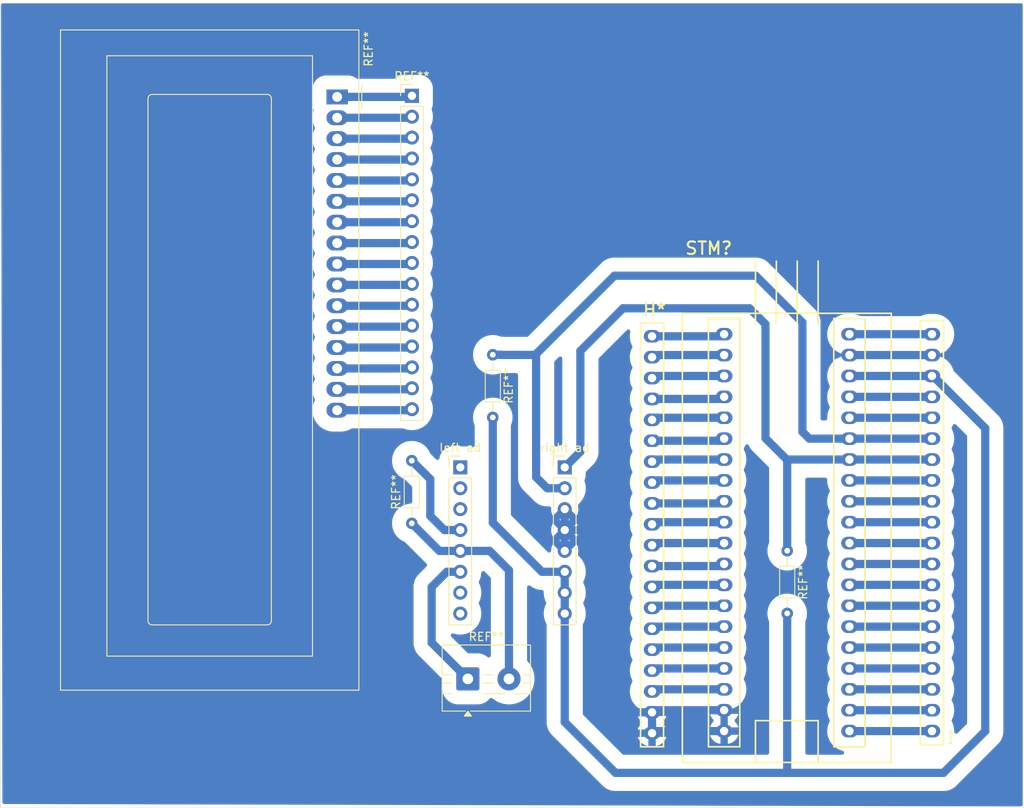
<source format=kicad_pcb>
(kicad_pcb (version 20241229) (generator "pcbnew") (generator_version "9.0")
  (layers (0 "F.Cu" signal "Top Layer") (2 "B.Cu" signal "Bottom Layer") (13 "F.Paste" user) (15 "B.Paste" user) (5 "F.SilkS" user "F.Silkscreen") (7 "B.SilkS" user "B.Silkscreen") (1 "F.Mask" user) (3 "B.Mask" user) (25 "Edge.Cuts" user))
  (property "SHEETTOTAL" "1")
  (net 0 "")
  (net 1 "Neti_20")
  (net 2 "Neti_19")
  (net 3 "Neti_18")
  (net 4 "Neti_17")
  (net 5 "Neti_16")
  (net 6 "Neti_15")
  (net 7 "Neti_14")
  (net 8 "Neti_13")
  (net 9 "Neti_12")
  (net 10 "Neti_11")
  (net 11 "Neti_10")
  (net 12 "Neti_9")
  (net 13 "Neti_8")
  (net 14 "Neti_7")
  (net 15 "Neti_6")
  (net 16 "Neti_5")
  (net 17 "Neti_4")
  (net 18 "Neti_3")
  (net 19 "Neti_1")
  (net 20 "NetH*_20")
  (net 21 "NetH*_19")
  (net 22 "NetH*_18")
  (net 23 "NetH*_17")
  (net 24 "NetH*_16")
  (net 25 "NetH*_15")
  (net 26 "NetH*_14")
  (net 27 "NetH*_13")
  (net 28 "NetH*_12")
  (net 29 "NetH*_11")
  (net 30 "NetH*_10")
  (net 31 "NetH*_9")
  (net 32 "NetH*_8")
  (net 33 "NetH*_7")
  (net 34 "NetH*_6")
  (net 35 "NetH*_5")
  (net 36 "NetH*_4")
  (net 37 "NetH*_3")
  (net 38 "NetH*_1")
  (net 39 "rfb")
  (net 40 "vin")
  (net 41 "1")
  (net 42 "vout")
  (net 43 "2")
  (net 44 "3")
  (net 45 "4")
  (net 46 "5")
  (net 47 "6")
  (net 48 "7")
  (net 49 "8")
  (net 50 "9")
  (net 51 "10")
  (net 52 "11")
  (net 53 "12")
  (net 54 "13")
  (net 55 "14")
  (net 56 "15")
  (net 57 "16")
  (footprint "Mia_Training:Female_Header_20" (layer "F.Cu") (at 111.2111 103.7736 90)
    (property "Reference" "H*" (at 27.339798 0.29169 0) (layer "F.SilkS") (effects (font (size 1.524 1.524) (thickness 0.254))))
    (property "Value" "FEMALE_HEADER_20" (hide yes))
    (fp_line (start 25.781 -1.397) (end 25.781 1.397) (stroke (width 0.2)) (layer "F.SilkS"))
    (fp_line (start -25.781 -1.397) (end 25.781 -1.397) (stroke (width 0.2)) (layer "F.SilkS"))
    (fp_line (start -25.781 -1.397) (end -25.781 1.397) (stroke (width 0.2)) (layer "F.SilkS"))
    (fp_line (start -25.781 1.397) (end 25.781 1.397) (stroke (width 0.2)) (layer "F.SilkS"))
    (pad "1" thru_hole oval (at -24.13 0) (size 2 1.524) (drill 1.016) (layers "*.Cu" "*.Mask") (net 38 "NetH*_1"))
    (pad "2" thru_hole oval (at -21.59 0) (size 2 1.524) (drill 1.016) (layers "*.Cu" "*.Mask") (net 38 "NetH*_1"))
    (pad "3" thru_hole oval (at -19.05 0) (size 2 1.524) (drill 1.016) (layers "*.Cu" "*.Mask") (net 37 "NetH*_3"))
    (pad "4" thru_hole oval (at -16.51 0) (size 2 1.524) (drill 1.016) (layers "*.Cu" "*.Mask") (net 36 "NetH*_4"))
    (pad "5" thru_hole oval (at -13.97 0) (size 2 1.524) (drill 1.016) (layers "*.Cu" "*.Mask") (net 35 "NetH*_5"))
    (pad "6" thru_hole oval (at -11.43 0) (size 2 1.524) (drill 1.016) (layers "*.Cu" "*.Mask") (net 34 "NetH*_6"))
    (pad "7" thru_hole oval (at -8.89 0) (size 2 1.524) (drill 1.016) (layers "*.Cu" "*.Mask") (net 33 "NetH*_7"))
    (pad "8" thru_hole oval (at -6.35 0) (size 2 1.524) (drill 1.016) (layers "*.Cu" "*.Mask") (net 32 "NetH*_8"))
    (pad "9" thru_hole oval (at -3.81 0) (size 2 1.524) (drill 1.016) (layers "*.Cu" "*.Mask") (net 31 "NetH*_9"))
    (pad "10" thru_hole oval (at -1.27 0) (size 2 1.524) (drill 1.016) (layers "*.Cu" "*.Mask") (net 30 "NetH*_10"))
    (pad "11" thru_hole oval (at 1.27 0) (size 2 1.524) (drill 1.016) (layers "*.Cu" "*.Mask") (net 29 "NetH*_11"))
    (pad "12" thru_hole oval (at 3.81 0) (size 2 1.524) (drill 1.016) (layers "*.Cu" "*.Mask") (net 28 "NetH*_12"))
    (pad "13" thru_hole oval (at 6.35 0) (size 2 1.524) (drill 1.016) (layers "*.Cu" "*.Mask") (net 27 "NetH*_13"))
    (pad "14" thru_hole oval (at 8.89 0) (size 2 1.524) (drill 1.016) (layers "*.Cu" "*.Mask") (net 26 "NetH*_14"))
    (pad "15" thru_hole oval (at 11.43 0) (size 2 1.524) (drill 1.016) (layers "*.Cu" "*.Mask") (net 25 "NetH*_15"))
    (pad "16" thru_hole oval (at 13.97 0) (size 2 1.524) (drill 1.016) (layers "*.Cu" "*.Mask") (net 24 "NetH*_16"))
    (pad "17" thru_hole oval (at 16.51 0) (size 2 1.524) (drill 1.016) (layers "*.Cu" "*.Mask") (net 23 "NetH*_17"))
    (pad "18" thru_hole oval (at 19.05 0) (size 2 1.524) (drill 1.016) (layers "*.Cu" "*.Mask") (net 22 "NetH*_18"))
    (pad "19" thru_hole oval (at 21.59 0) (size 2 1.524) (drill 1.016) (layers "*.Cu" "*.Mask") (net 21 "NetH*_19"))
    (pad "20" thru_hole oval (at 24.13 0) (size 2 1.524) (drill 1.016) (layers "*.Cu" "*.Mask") (net 20 "NetH*_20"))
  )
  (footprint "Resistor_THT:R_Axial_DIN0204_L3.6mm_D1.6mm_P7.62mm_Horizontal" (layer "F.Cu") (at 127.6441 105.7196 -90)
    (property "Reference" "REF**" (at 3.81 -1.92 90) (layer "F.SilkS"))
    (property "Value" "1.")
    (fp_line (start 0.94 0) (end 1.89 0) (stroke (width 0.12)) (layer "F.SilkS"))
    (fp_line (start 6.68 0) (end 5.73 0) (stroke (width 0.12)) (layer "F.SilkS"))
    (fp_rect (start 1.89 -0.92) (end 5.73 0.92) (stroke (width 0.12)) (fill no) (layer "F.SilkS"))
    (pad "1" thru_hole circle (at 0 0 270) (size 1.4 1.4) (drill 0.7) (layers "*.Cu" "*.Mask") (net 14 "Neti_7"))
    (pad "2" thru_hole circle (at 7.62 0 270) (size 1.4 1.4) (drill 0.7) (layers "*.Cu" "*.Mask") (net 18 "Neti_3"))
  )
  (footprint "Connector_PinHeader_2.54mm:PinHeader_1x08_P2.54mm_Vertical" (layer "F.Cu") (at 100.5941 95.5796)
    (property "Reference" "right ad" (at 0 -2.38 0) (layer "F.SilkS"))
    (property "Value" "1")
    (fp_line (start -1.38 -1.38) (end 0 -1.38) (stroke (width 0.12)) (layer "F.SilkS"))
    (fp_line (start -1.38 0) (end -1.38 -1.38) (stroke (width 0.12)) (layer "F.SilkS"))
    (fp_line (start -1.38 1.27) (end -1.38 19.16) (stroke (width 0.12)) (layer "F.SilkS"))
    (fp_line (start -1.38 1.27) (end 1.38 1.27) (stroke (width 0.12)) (layer "F.SilkS"))
    (fp_line (start -1.38 19.16) (end 1.38 19.16) (stroke (width 0.12)) (layer "F.SilkS"))
    (fp_line (start 1.38 1.27) (end 1.38 19.16) (stroke (width 0.12)) (layer "F.SilkS"))
    (pad "5v" thru_hole circle (at 0 12.7) (size 1.7 1.7) (drill 1) (layers "*.Cu" "*.Mask") (net 18 "Neti_3"))
    (pad "5v" thru_hole circle (at 0 15.24) (size 1.7 1.7) (drill 1) (layers "*.Cu" "*.Mask") (net 18 "Neti_3"))
    (pad "5v" thru_hole circle (at 0 17.78) (size 1.7 1.7) (drill 1) (layers "*.Cu" "*.Mask") (net 18 "Neti_3"))
    (pad "GND" thru_hole circle (at 0 5.08) (size 1.7 1.7) (drill 1) (layers "*.Cu" "*.Mask") (net 38 "NetH*_1"))
    (pad "GND" thru_hole circle (at 0 7.62) (size 1.7 1.7) (drill 1) (layers "*.Cu" "*.Mask") (net 38 "NetH*_1"))
    (pad "GND" thru_hole circle (at 0 10.16) (size 1.7 1.7) (drill 1) (layers "*.Cu" "*.Mask") (net 38 "NetH*_1"))
    (pad "SCL" thru_hole rect (at 0 0) (size 1.7 1.7) (drill 1) (layers "*.Cu" "*.Mask") (net 14 "Neti_7"))
    (pad "SDA" thru_hole circle (at 0 2.54) (size 1.7 1.7) (drill 1) (layers "*.Cu" "*.Mask") (net 15 "Neti_6"))
  )
  (footprint "Resistor_THT:R_Axial_DIN0204_L3.6mm_D1.6mm_P7.62mm_Horizontal" (layer "F.Cu") (at 91.8471 81.8896 -90)
    (property "Reference" "REF**" (at 3.81 -1.92 90) (layer "F.SilkS"))
    (property "Value" "1.")
    (fp_line (start 0.94 0) (end 1.89 0) (stroke (width 0.12)) (layer "F.SilkS"))
    (fp_line (start 6.68 0) (end 5.73 0) (stroke (width 0.12)) (layer "F.SilkS"))
    (fp_rect (start 1.89 -0.92) (end 5.73 0.92) (stroke (width 0.12)) (fill no) (layer "F.SilkS"))
    (pad "1" thru_hole circle (at 0 0 270) (size 1.4 1.4) (drill 0.7) (layers "*.Cu" "*.Mask") (net 15 "Neti_6"))
    (pad "2" thru_hole circle (at 7.62 0 270) (size 1.4 1.4) (drill 0.7) (layers "*.Cu" "*.Mask") (net 18 "Neti_3"))
  )
  (footprint "Resistor_THT:R_Axial_DIN0204_L3.6mm_D1.6mm_P7.62mm_Horizontal" (layer "F.Cu") (at 81.9971 102.3896 90)
    (property "Reference" "REF**" (at 3.81 -1.92 90) (layer "F.SilkS"))
    (property "Value" "1.")
    (fp_line (start 6.68 0) (end 5.73 0) (stroke (width 0.12)) (layer "F.SilkS"))
    (fp_line (start 0.94 0) (end 1.89 0) (stroke (width 0.12)) (layer "F.SilkS"))
    (fp_rect (start 1.89 -0.92) (end 5.73 0.92) (stroke (width 0.12)) (fill no) (layer "F.SilkS"))
    (pad "1" thru_hole circle (at 0 0 90) (size 1.4 1.4) (drill 0.7) (layers "*.Cu" "*.Mask") (net 40 "vin"))
    (pad "2" thru_hole circle (at 7.62 0 90) (size 1.4 1.4) (drill 0.7) (layers "*.Cu" "*.Mask") (net 39 "rfb"))
  )
  (footprint "Mia_Training:STM32" (layer "F.Cu") (at 127.5941 103.5196 90)
    (property "Reference" "STM?" (at 34.578798 -9.487805 0) (layer "F.SilkS") (effects (font (size 1.524 1.524) (thickness 0.254))))
    (property "Value" "STM32" (hide yes))
    (fp_line (start 26.67 -12.7) (end 26.67 12.7) (stroke (width 0.2)) (layer "F.SilkS"))
    (fp_line (start -27.94 -12.7) (end 26.67 -12.7) (stroke (width 0.2)) (layer "F.SilkS"))
    (fp_line (start -27.94 -12.7) (end -27.94 12.7) (stroke (width 0.2)) (layer "F.SilkS"))
    (fp_line (start 26.035 -9.525) (end 26.035 -5.715) (stroke (width 0.2)) (layer "F.SilkS"))
    (fp_line (start -26.035 -9.525) (end 26.035 -9.525) (stroke (width 0.2)) (layer "F.SilkS"))
    (fp_line (start -26.035 -9.525) (end -26.035 -5.715) (stroke (width 0.2)) (layer "F.SilkS"))
    (fp_line (start -26.035 -5.715) (end 26.035 -5.715) (stroke (width 0.2)) (layer "F.SilkS"))
    (fp_line (start 25.4 -3.81) (end 33.02 -3.81) (stroke (width 0.2)) (layer "F.SilkS"))
    (fp_line (start -22.86 -3.81) (end -22.86 3.81) (stroke (width 0.2)) (layer "F.SilkS"))
    (fp_line (start -27.94 -3.81) (end -22.86 -3.81) (stroke (width 0.2)) (layer "F.SilkS"))
    (fp_line (start 25.4 -1.27) (end 33.02 -1.27) (stroke (width 0.2)) (layer "F.SilkS"))
    (fp_line (start 25.4 1.27) (end 33.02 1.27) (stroke (width 0.2)) (layer "F.SilkS"))
    (fp_line (start 25.4 3.81) (end 33.02 3.81) (stroke (width 0.2)) (layer "F.SilkS"))
    (fp_line (start -27.94 3.81) (end -22.86 3.81) (stroke (width 0.2)) (layer "F.SilkS"))
    (fp_line (start 26.035 5.715) (end 26.035 9.525) (stroke (width 0.2)) (layer "F.SilkS"))
    (fp_line (start -26.035 5.715) (end 26.035 5.715) (stroke (width 0.2)) (layer "F.SilkS"))
    (fp_line (start -26.035 5.715) (end -26.035 9.525) (stroke (width 0.2)) (layer "F.SilkS"))
    (fp_line (start -26.035 9.525) (end 26.035 9.525) (stroke (width 0.2)) (layer "F.SilkS"))
    (fp_line (start -27.94 12.7) (end 26.67 12.7) (stroke (width 0.2)) (layer "F.SilkS"))
    (pad "3V3" thru_hole oval (at -19.05 -7.62 90) (size 1.524 2) (drill 1.02) (layers "*.Cu" "*.Mask") (net 37 "NetH*_3"))
    (pad "3V3" thru_hole oval (at 24.13 7.62 90) (size 1.524 2) (drill 1.02) (layers "*.Cu" "*.Mask") (net 19 "Neti_1"))
    (pad "5V" thru_hole oval (at 19.05 7.62 90) (size 1.524 2) (drill 1.02) (layers "*.Cu" "*.Mask") (net 18 "Neti_3"))
    (pad "GND" thru_hole oval (at -24.13 -7.62 90) (size 1.524 2) (drill 1.02) (layers "*.Cu" "*.Mask") (net 38 "NetH*_1"))
    (pad "GND" thru_hole oval (at -21.59 -7.62 90) (size 1.524 2) (drill 1.02) (layers "*.Cu" "*.Mask") (net 38 "NetH*_1"))
    (pad "GND" thru_hole oval (at 21.59 7.62 90) (size 1.524 2) (drill 1.02) (layers "*.Cu" "*.Mask") (net 38 "NetH*_1"))
    (pad "PA_0" thru_hole oval (at 13.97 -7.62 90) (size 1.524 2) (drill 1.02) (layers "*.Cu" "*.Mask") (net 24 "NetH*_16"))
    (pad "PA_1" thru_hole oval (at 11.43 -7.62 90) (size 1.524 2) (drill 1.02) (layers "*.Cu" "*.Mask") (net 25 "NetH*_15"))
    (pad "PA_2" thru_hole oval (at 8.89 -7.62 90) (size 1.524 2) (drill 1.02) (layers "*.Cu" "*.Mask") (net 26 "NetH*_14"))
    (pad "PA_3" thru_hole oval (at 6.35 -7.62 90) (size 1.524 2) (drill 1.02) (layers "*.Cu" "*.Mask") (net 27 "NetH*_13"))
    (pad "PA_4" thru_hole oval (at 3.81 -7.62 90) (size 1.524 2) (drill 1.02) (layers "*.Cu" "*.Mask") (net 28 "NetH*_12"))
    (pad "PA_5" thru_hole oval (at 1.27 -7.62 90) (size 1.524 2) (drill 1.02) (layers "*.Cu" "*.Mask") (net 29 "NetH*_11"))
    (pad "PA_6" thru_hole oval (at -1.27 -7.62 90) (size 1.524 2) (drill 1.02) (layers "*.Cu" "*.Mask") (net 30 "NetH*_10"))
    (pad "PA_7" thru_hole oval (at -3.81 -7.62 90) (size 1.524 2) (drill 1.02) (layers "*.Cu" "*.Mask") (net 31 "NetH*_9"))
    (pad "PA_8" thru_hole oval (at -13.97 7.62 90) (size 1.524 2) (drill 1.02) (layers "*.Cu" "*.Mask") (net 5 "Neti_16"))
    (pad "PA_9" thru_hole oval (at -11.43 7.62 90) (size 1.524 2) (drill 1.02) (layers "*.Cu" "*.Mask") (net 6 "Neti_15"))
    (pad "PA_10" thru_hole oval (at -8.89 7.62 90) (size 1.524 2) (drill 1.02) (layers "*.Cu" "*.Mask") (net 7 "Neti_14"))
    (pad "PA_11" thru_hole oval (at -6.35 7.62 90) (size 1.524 2) (drill 1.02) (layers "*.Cu" "*.Mask") (net 8 "Neti_13"))
    (pad "PA_12" thru_hole oval (at -3.81 7.62 90) (size 1.524 2) (drill 1.02) (layers "*.Cu" "*.Mask") (net 9 "Neti_12"))
    (pad "PA_15" thru_hole oval (at -1.27 7.62 90) (size 1.524 2) (drill 1.02) (layers "*.Cu" "*.Mask") (net 10 "Neti_11"))
    (pad "PB-4" thru_hole oval (at 3.81 7.62 90) (size 1.524 2) (drill 1.02) (layers "*.Cu" "*.Mask") (net 12 "Neti_9"))
    (pad "PB-5" thru_hole oval (at 6.35 7.62 90) (size 1.524 2) (drill 1.02) (layers "*.Cu" "*.Mask") (net 13 "Neti_8"))
    (pad "PB_0" thru_hole oval (at -6.35 -7.62 90) (size 1.524 2) (drill 1.02) (layers "*.Cu" "*.Mask") (net 32 "NetH*_8"))
    (pad "PB_1" thru_hole oval (at -8.89 -7.62 90) (size 1.524 2) (drill 1.02) (layers "*.Cu" "*.Mask") (net 33 "NetH*_7"))
    (pad "PB_3" thru_hole oval (at 1.27 7.62 90) (size 1.524 2) (drill 1.02) (layers "*.Cu" "*.Mask") (net 11 "Neti_10"))
    (pad "PB_6" thru_hole oval (at 8.89 7.62 90) (size 1.524 2) (drill 1.02) (layers "*.Cu" "*.Mask") (net 14 "Neti_7"))
    (pad "PB_7" thru_hole oval (at 11.43 7.62 90) (size 1.524 2) (drill 1.02) (layers "*.Cu" "*.Mask") (net 15 "Neti_6"))
    (pad "PB_8" thru_hole oval (at 13.97 7.62 90) (size 1.524 2) (drill 1.02) (layers "*.Cu" "*.Mask") (net 16 "Neti_5"))
    (pad "PB_9" thru_hole oval (at 16.51 7.62 90) (size 1.524 2) (drill 1.02) (layers "*.Cu" "*.Mask") (net 17 "Neti_4"))
    (pad "PB_10" thru_hole oval (at -11.43 -7.62 90) (size 1.524 2) (drill 1.02) (layers "*.Cu" "*.Mask") (net 34 "NetH*_6"))
    (pad "PB_11" thru_hole oval (at -13.97 -7.62 90) (size 1.524 2) (drill 1.02) (layers "*.Cu" "*.Mask") (net 35 "NetH*_5"))
    (pad "PB_12" thru_hole oval (at -24.13 7.62 90) (size 1.524 2) (drill 1.02) (layers "*.Cu" "*.Mask") (net 1 "Neti_20"))
    (pad "PB_13" thru_hole oval (at -21.59 7.62 90) (size 1.524 2) (drill 1.02) (layers "*.Cu" "*.Mask") (net 2 "Neti_19"))
    (pad "PB_14" thru_hole oval (at -19.05 7.62 90) (size 1.524 2) (drill 1.02) (layers "*.Cu" "*.Mask") (net 3 "Neti_18"))
    (pad "PB_15" thru_hole oval (at -16.51 7.62 90) (size 1.524 2) (drill 1.02) (layers "*.Cu" "*.Mask") (net 4 "Neti_17"))
    (pad "PC_13" thru_hole oval (at 21.59 -7.62 90) (size 1.524 2) (drill 1.02) (layers "*.Cu" "*.Mask") (net 21 "NetH*_19"))
    (pad "PC_14" thru_hole oval (at 19.05 -7.62 90) (size 1.524 2) (drill 1.02) (layers "*.Cu" "*.Mask") (net 22 "NetH*_18"))
    (pad "PC_15" thru_hole oval (at 16.51 -7.62 90) (size 1.524 2) (drill 1.02) (layers "*.Cu" "*.Mask") (net 23 "NetH*_17"))
    (pad "RES" thru_hole oval (at -16.51 -7.62 90) (size 1.524 2) (drill 1.02) (layers "*.Cu" "*.Mask") (net 36 "NetH*_4"))
    (pad "VBT" thru_hole oval (at 24.13 -7.62 90) (size 1.524 2) (drill 1.02) (layers "*.Cu" "*.Mask") (net 20 "NetH*_20"))
  )
  (footprint "Mia_Training:Female_Header_20" (layer "F.Cu") (at 145.2471 103.5196 -90)
    (property "Reference" "i" (at 24.799798 -2.24798 180) (layer "F.SilkS") (effects (font (size 1.524 1.524) (thickness 0.254))))
    (property "Value" "FEMALE_HEADER_20" (hide yes))
    (fp_line (start -25.781 1.397) (end -25.781 -1.397) (stroke (width 0.2)) (layer "F.SilkS"))
    (fp_line (start 25.781 1.397) (end -25.781 1.397) (stroke (width 0.2)) (layer "F.SilkS"))
    (fp_line (start 25.781 1.397) (end 25.781 -1.397) (stroke (width 0.2)) (layer "F.SilkS"))
    (fp_line (start 25.781 -1.397) (end -25.781 -1.397) (stroke (width 0.2)) (layer "F.SilkS"))
    (pad "1" thru_hole oval (at -24.13 0 180) (size 2 1.524) (drill 1.016) (layers "*.Cu" "*.Mask") (net 19 "Neti_1"))
    (pad "2" thru_hole oval (at -21.59 0 180) (size 2 1.524) (drill 1.016) (layers "*.Cu" "*.Mask") (net 38 "NetH*_1"))
    (pad "3" thru_hole oval (at -19.05 0 180) (size 2 1.524) (drill 1.016) (layers "*.Cu" "*.Mask") (net 18 "Neti_3"))
    (pad "4" thru_hole oval (at -16.51 0 180) (size 2 1.524) (drill 1.016) (layers "*.Cu" "*.Mask") (net 17 "Neti_4"))
    (pad "5" thru_hole oval (at -13.97 0 180) (size 2 1.524) (drill 1.016) (layers "*.Cu" "*.Mask") (net 16 "Neti_5"))
    (pad "6" thru_hole oval (at -11.43 0 180) (size 2 1.524) (drill 1.016) (layers "*.Cu" "*.Mask") (net 15 "Neti_6"))
    (pad "7" thru_hole oval (at -8.89 0 180) (size 2 1.524) (drill 1.016) (layers "*.Cu" "*.Mask") (net 14 "Neti_7"))
    (pad "8" thru_hole oval (at -6.35 0 180) (size 2 1.524) (drill 1.016) (layers "*.Cu" "*.Mask") (net 13 "Neti_8"))
    (pad "9" thru_hole oval (at -3.81 0 180) (size 2 1.524) (drill 1.016) (layers "*.Cu" "*.Mask") (net 12 "Neti_9"))
    (pad "10" thru_hole oval (at -1.27 0 180) (size 2 1.524) (drill 1.016) (layers "*.Cu" "*.Mask") (net 11 "Neti_10"))
    (pad "11" thru_hole oval (at 1.27 0 180) (size 2 1.524) (drill 1.016) (layers "*.Cu" "*.Mask") (net 10 "Neti_11"))
    (pad "12" thru_hole oval (at 3.81 0 180) (size 2 1.524) (drill 1.016) (layers "*.Cu" "*.Mask") (net 9 "Neti_12"))
    (pad "13" thru_hole oval (at 6.35 0 180) (size 2 1.524) (drill 1.016) (layers "*.Cu" "*.Mask") (net 8 "Neti_13"))
    (pad "14" thru_hole oval (at 8.89 0 180) (size 2 1.524) (drill 1.016) (layers "*.Cu" "*.Mask") (net 7 "Neti_14"))
    (pad "15" thru_hole oval (at 11.43 0 180) (size 2 1.524) (drill 1.016) (layers "*.Cu" "*.Mask") (net 6 "Neti_15"))
    (pad "16" thru_hole oval (at 13.97 0 180) (size 2 1.524) (drill 1.016) (layers "*.Cu" "*.Mask") (net 5 "Neti_16"))
    (pad "17" thru_hole oval (at 16.51 0 180) (size 2 1.524) (drill 1.016) (layers "*.Cu" "*.Mask") (net 4 "Neti_17"))
    (pad "18" thru_hole oval (at 19.05 0 180) (size 2 1.524) (drill 1.016) (layers "*.Cu" "*.Mask") (net 3 "Neti_18"))
    (pad "19" thru_hole oval (at 21.59 0 180) (size 2 1.524) (drill 1.016) (layers "*.Cu" "*.Mask") (net 2 "Neti_19"))
    (pad "20" thru_hole oval (at 24.13 0 180) (size 2 1.524) (drill 1.016) (layers "*.Cu" "*.Mask") (net 1 "Neti_20"))
  )
  (footprint "Connector_PinHeader_2.54mm:PinHeader_1x08_P2.54mm_Vertical" (layer "F.Cu") (at 87.8941 95.5796)
    (property "Reference" "left ad" (at 0 -2.38 0) (layer "F.SilkS"))
    (property "Value" "2")
    (fp_line (start -1.38 -1.38) (end 0 -1.38) (stroke (width 0.12)) (layer "F.SilkS"))
    (fp_line (start -1.38 0) (end -1.38 -1.38) (stroke (width 0.12)) (layer "F.SilkS"))
    (fp_line (start -1.38 1.27) (end -1.38 19.16) (stroke (width 0.12)) (layer "F.SilkS"))
    (fp_line (start -1.38 1.27) (end 1.38 1.27) (stroke (width 0.12)) (layer "F.SilkS"))
    (fp_line (start -1.38 19.16) (end 1.38 19.16) (stroke (width 0.12)) (layer "F.SilkS"))
    (fp_line (start 1.38 1.27) (end 1.38 19.16) (stroke (width 0.12)) (layer "F.SilkS"))
    (pad "1" thru_hole rect (at 0 0) (size 1.7 1.7) (drill 1) (layers "*.Cu" "*.Mask"))
    (pad "2" thru_hole circle (at 0 2.54) (size 1.7 1.7) (drill 1) (layers "*.Cu" "*.Mask"))
    (pad "3" thru_hole circle (at 0 5.08) (size 1.7 1.7) (drill 1) (layers "*.Cu" "*.Mask"))
    (pad "7" thru_hole circle (at 0 15.24) (size 1.7 1.7) (drill 1) (layers "*.Cu" "*.Mask"))
    (pad "8" thru_hole circle (at 0 17.78) (size 1.7 1.7) (drill 1) (layers "*.Cu" "*.Mask"))
    (pad "rfb" thru_hole circle (at 0 7.62) (size 1.7 1.7) (drill 1) (layers "*.Cu" "*.Mask") (net 39 "rfb"))
    (pad "vin" thru_hole circle (at 0 10.16) (size 1.7 1.7) (drill 1) (layers "*.Cu" "*.Mask") (net 40 "vin"))
    (pad "vout" thru_hole circle (at 0 12.7) (size 1.7 1.7) (drill 1) (layers "*.Cu" "*.Mask") (net 42 "vout"))
  )
  (footprint "TerminalBlock:TerminalBlock_MaiXu_MX126-5.0-02P_1x02_P5.00mm" (layer "F.Cu") (at 88.8121 121.2996)
    (property "Reference" "REF**" (at 2.25 -5.12 0) (layer "F.SilkS"))
    (property "Value" "TerminalBlock_MaiXu_MX126-5.0-02P_1x02_P5.00mm" (hide yes))
    (fp_line (start -3.12 -4.12) (end -3.12 3.92) (stroke (width 0.12)) (layer "F.SilkS"))
    (fp_line (start -3.12 -4.12) (end 7.62 -4.12) (stroke (width 0.12)) (layer "F.SilkS"))
    (fp_line (start -3.12 -0.5) (end -1.88 -0.5) (stroke (width 0.12)) (layer "F.SilkS"))
    (fp_line (start -3.12 0.5) (end -1.88 0.5) (stroke (width 0.12)) (layer "F.SilkS"))
    (fp_line (start -3.12 1.8) (end -1.88 1.8) (stroke (width 0.12)) (layer "F.SilkS"))
    (fp_line (start -3.12 3.92) (end -0.3 3.92) (stroke (width 0.12)) (layer "F.SilkS"))
    (fp_line (start 0.3 3.92) (end 7.62 3.92) (stroke (width 0.12)) (layer "F.SilkS"))
    (fp_line (start 1.88 -0.5) (end 3.188 -0.5) (stroke (width 0.12)) (layer "F.SilkS"))
    (fp_line (start 1.88 0.5) (end 3.188 0.5) (stroke (width 0.12)) (layer "F.SilkS"))
    (fp_line (start 1.88 1.8) (end 4.457 1.8) (stroke (width 0.12)) (layer "F.SilkS"))
    (fp_line (start 5.543 1.8) (end 7.62 1.8) (stroke (width 0.12)) (layer "F.SilkS"))
    (fp_line (start 6.812 -0.5) (end 7.62 -0.5) (stroke (width 0.12)) (layer "F.SilkS"))
    (fp_line (start 6.812 0.5) (end 7.62 0.5) (stroke (width 0.12)) (layer "F.SilkS"))
    (fp_line (start 7.62 -4.12) (end 7.62 3.92) (stroke (width 0.12)) (layer "F.SilkS"))
    (fp_poly (pts (xy 0 3.92) (xy 0.44 4.53) (xy -0.44 4.53)) (stroke (width 0.12)) (fill yes) (layer "F.SilkS"))
    (pad "1" thru_hole roundrect (at 0 0) (size 2.8 2.8) (drill 1.3) (layers "*.Cu" "*.Mask") (roundrect_rratio 0.089286) (net 42 "vout"))
    (pad "2" thru_hole circle (at 5 0) (size 2.8 2.8) (drill 1.3) (layers "*.Cu" "*.Mask") (net 40 "vin"))
  )
  (footprint "Display:WC1602A" (layer "F.Cu") (at 72.9211 50.5336 -90)
    (property "Reference" "REF**" (at -5.82 -3.81 90) (layer "F.SilkS"))
    (property "Value" "WC1602A")
    (fp_line (start -8.14 33.64) (end 72.14 33.64) (stroke (width 0.12)) (layer "F.SilkS"))
    (fp_line (start 72.14 33.64) (end 72.14 -2.64) (stroke (width 0.12)) (layer "F.SilkS"))
    (fp_line (start -5 28) (end -5 3) (stroke (width 0.12)) (layer "F.SilkS"))
    (fp_line (start 68 28) (end -5 28) (stroke (width 0.12)) (layer "F.SilkS"))
    (fp_line (start 63.70066 23) (end 0.2 23) (stroke (width 0.12)) (layer "F.SilkS"))
    (fp_line (start -0.29972 22.49932) (end -0.29972 8.5) (stroke (width 0.12)) (layer "F.SilkS"))
    (fp_line (start 64.2 8.5) (end 64.2 22.5) (stroke (width 0.12)) (layer "F.SilkS"))
    (fp_line (start 0.2 8) (end 63.7 8) (stroke (width 0.12)) (layer "F.SilkS"))
    (fp_line (start -5 3) (end 68 3) (stroke (width 0.12)) (layer "F.SilkS"))
    (fp_line (start 68 3) (end 68 28) (stroke (width 0.12)) (layer "F.SilkS"))
    (fp_line (start -8.14 -2.64) (end -8.14 33.64) (stroke (width 0.12)) (layer "F.SilkS"))
    (fp_line (start -8.13 -2.64) (end -7.34 -2.64) (stroke (width 0.12)) (layer "F.SilkS"))
    (fp_line (start 72.14 -2.64) (end -7.34 -2.64) (stroke (width 0.12)) (layer "F.SilkS"))
    (fp_line (start -1.5 -3) (end 1.5 -3) (stroke (width 0.12)) (layer "F.SilkS"))
    (fp_arc (start 0.20066 22.9997) (mid -0.153162 22.853142) (end -0.29972 22.49932) (stroke (width 0.12)) (layer "F.SilkS"))
    (fp_arc (start 64.20104 22.49932) (mid 64.054482 22.853142) (end 63.70066 22.9997) (stroke (width 0.12)) (layer "F.SilkS"))
    (fp_arc (start -0.29972 8.49884) (mid -0.153162 8.145018) (end 0.20066 7.99846) (stroke (width 0.12)) (layer "F.SilkS"))
    (fp_arc (start 63.7 8) (mid 64.053553 8.146447) (end 64.2 8.5) (stroke (width 0.12)) (layer "F.SilkS"))
    (pad "" smd circle (at -5.4991 0 270) (size 3 3) (layers "F.Cu" "F.Mask" "F.Paste"))
    (pad "" smd circle (at -5.4991 31.0007 270) (size 3 3) (layers "F.Cu" "F.Mask" "F.Paste"))
    (pad "" smd circle (at 69.49948 31.0007 270) (size 3 3) (layers "F.Cu" "F.Mask" "F.Paste"))
    (pad "" smd circle (at 69.5 0 270) (size 3 3) (layers "F.Cu" "F.Mask" "F.Paste"))
    (pad "1" thru_hole rect (at 0 0 270) (size 1.8 2.6) (drill 1.2) (layers "*.Cu" "*.Mask") (net 57 "16"))
    (pad "2" thru_hole oval (at 2.54 0 270) (size 1.8 2.6) (drill 1.2) (layers "*.Cu" "*.Mask") (net 56 "15"))
    (pad "3" thru_hole oval (at 5.08 0 270) (size 1.8 2.6) (drill 1.2) (layers "*.Cu" "*.Mask") (net 55 "14"))
    (pad "4" thru_hole oval (at 7.62 0 270) (size 1.8 2.6) (drill 1.2) (layers "*.Cu" "*.Mask") (net 54 "13"))
    (pad "5" thru_hole oval (at 10.16 0 270) (size 1.8 2.6) (drill 1.2) (layers "*.Cu" "*.Mask") (net 53 "12"))
    (pad "6" thru_hole oval (at 12.7 0 270) (size 1.8 2.6) (drill 1.2) (layers "*.Cu" "*.Mask") (net 52 "11"))
    (pad "7" thru_hole oval (at 15.24 0 270) (size 1.8 2.6) (drill 1.2) (layers "*.Cu" "*.Mask") (net 51 "10"))
    (pad "8" thru_hole oval (at 17.78 0 270) (size 1.8 2.6) (drill 1.2) (layers "*.Cu" "*.Mask") (net 50 "9"))
    (pad "9" thru_hole oval (at 20.32 0 270) (size 1.8 2.6) (drill 1.2) (layers "*.Cu" "*.Mask") (net 49 "8"))
    (pad "10" thru_hole oval (at 22.86 0 270) (size 1.8 2.6) (drill 1.2) (layers "*.Cu" "*.Mask") (net 48 "7"))
    (pad "11" thru_hole oval (at 25.4 0 270) (size 1.8 2.6) (drill 1.2) (layers "*.Cu" "*.Mask") (net 47 "6"))
    (pad "12" thru_hole oval (at 27.94 0 270) (size 1.8 2.6) (drill 1.2) (layers "*.Cu" "*.Mask") (net 46 "5"))
    (pad "13" thru_hole oval (at 30.48 0 270) (size 1.8 2.6) (drill 1.2) (layers "*.Cu" "*.Mask") (net 45 "4"))
    (pad "14" thru_hole oval (at 33.02 0 270) (size 1.8 2.6) (drill 1.2) (layers "*.Cu" "*.Mask") (net 44 "3"))
    (pad "15" thru_hole oval (at 35.56 0 270) (size 1.8 2.6) (drill 1.2) (layers "*.Cu" "*.Mask") (net 43 "2"))
    (pad "16" thru_hole oval (at 38.1 0 270) (size 1.8 2.6) (drill 1.2) (layers "*.Cu" "*.Mask") (net 41 "1"))
  )
  (footprint "Connector_PinHeader_2.54mm:PinHeader_1x16_P2.54mm_Vertical" (layer "F.Cu") (at 82.0126 50.4036)
    (property "Reference" "REF**" (at 0 -2.38 0) (layer "F.SilkS"))
    (property "Value" "5")
    (fp_line (start -1.38 -1.38) (end 0 -1.38) (stroke (width 0.12)) (layer "F.SilkS"))
    (fp_line (start -1.38 0) (end -1.38 -1.38) (stroke (width 0.12)) (layer "F.SilkS"))
    (fp_line (start -1.38 1.27) (end -1.38 39.48) (stroke (width 0.12)) (layer "F.SilkS"))
    (fp_line (start -1.38 1.27) (end 1.38 1.27) (stroke (width 0.12)) (layer "F.SilkS"))
    (fp_line (start -1.38 39.48) (end 1.38 39.48) (stroke (width 0.12)) (layer "F.SilkS"))
    (fp_line (start 1.38 1.27) (end 1.38 39.48) (stroke (width 0.12)) (layer "F.SilkS"))
    (pad "1" thru_hole rect (at 0 0) (size 1.7 1.7) (drill 1) (layers "*.Cu" "*.Mask") (net 57 "16"))
    (pad "2" thru_hole circle (at 0 2.54) (size 1.7 1.7) (drill 1) (layers "*.Cu" "*.Mask") (net 56 "15"))
    (pad "3" thru_hole circle (at 0 5.08) (size 1.7 1.7) (drill 1) (layers "*.Cu" "*.Mask") (net 55 "14"))
    (pad "4" thru_hole circle (at 0 7.62) (size 1.7 1.7) (drill 1) (layers "*.Cu" "*.Mask") (net 54 "13"))
    (pad "5" thru_hole circle (at 0 10.16) (size 1.7 1.7) (drill 1) (layers "*.Cu" "*.Mask") (net 53 "12"))
    (pad "6" thru_hole circle (at 0 12.7) (size 1.7 1.7) (drill 1) (layers "*.Cu" "*.Mask") (net 52 "11"))
    (pad "7" thru_hole circle (at 0 15.24) (size 1.7 1.7) (drill 1) (layers "*.Cu" "*.Mask") (net 51 "10"))
    (pad "8" thru_hole circle (at 0 17.78) (size 1.7 1.7) (drill 1) (layers "*.Cu" "*.Mask") (net 50 "9"))
    (pad "9" thru_hole circle (at 0 20.32) (size 1.7 1.7) (drill 1) (layers "*.Cu" "*.Mask") (net 49 "8"))
    (pad "10" thru_hole circle (at 0 22.86) (size 1.7 1.7) (drill 1) (layers "*.Cu" "*.Mask") (net 48 "7"))
    (pad "11" thru_hole circle (at 0 25.4) (size 1.7 1.7) (drill 1) (layers "*.Cu" "*.Mask") (net 47 "6"))
    (pad "12" thru_hole circle (at 0 27.94) (size 1.7 1.7) (drill 1) (layers "*.Cu" "*.Mask") (net 46 "5"))
    (pad "13" thru_hole circle (at 0 30.48) (size 1.7 1.7) (drill 1) (layers "*.Cu" "*.Mask") (net 45 "4"))
    (pad "14" thru_hole circle (at 0 33.02) (size 1.7 1.7) (drill 1) (layers "*.Cu" "*.Mask") (net 44 "3"))
    (pad "15" thru_hole circle (at 0 35.56) (size 1.7 1.7) (drill 1) (layers "*.Cu" "*.Mask") (net 43 "2"))
    (pad "16" thru_hole circle (at 0 38.1) (size 1.7 1.7) (drill 1) (layers "*.Cu" "*.Mask") (net 41 "1"))
  )
  (gr_rect (start 31.9511 39.1536) (end 156.2811 136.9936) (stroke (width 0.05)) (fill no) (layer "Edge.Cuts"))
  (segment (start 135.2141 127.6496) (end 145.2471 127.6496) (width 1) (layer "B.Cu") (net 1))
  (segment (start 135.2141 125.1096) (end 145.2471 125.1096) (width 1) (layer "B.Cu") (net 2))
  (segment (start 135.2141 122.5696) (end 145.2471 122.5696) (width 1) (layer "B.Cu") (net 3))
  (segment (start 135.2141 120.0296) (end 145.2471 120.0296) (width 1) (layer "B.Cu") (net 4))
  (segment (start 135.2141 117.4896) (end 145.2471 117.4896) (width 1) (layer "B.Cu") (net 5))
  (segment (start 135.2141 114.9496) (end 145.2471 114.9496) (width 1) (layer "B.Cu") (net 6))
  (segment (start 135.2141 112.4096) (end 145.2471 112.4096) (width 1) (layer "B.Cu") (net 7))
  (segment (start 135.2141 109.8696) (end 145.2471 109.8696) (width 1) (layer "B.Cu") (net 8))
  (segment (start 135.2141 107.3296) (end 145.2471 107.3296) (width 1) (layer "B.Cu") (net 9))
  (segment (start 135.2141 104.7896) (end 145.2471 104.7896) (width 1) (layer "B.Cu") (net 10))
  (segment (start 135.2141 102.2496) (end 145.2471 102.2496) (width 1) (layer "B.Cu") (net 11))
  (segment (start 145.2471 99.7096) (end 135.2141 99.7096) (width 1) (layer "B.Cu") (net 12))
  (segment (start 135.2141 97.1696) (end 145.2471 97.1696) (width 1) (layer "B.Cu") (net 13))
  (segment (start 135.2141 94.6296) (end 127.5941 94.6296) (width 1) (layer "B.Cu") (net 14))
  (segment (start 125.0033 78.1704) (end 125.0033 92.0388) (width 1) (layer "B.Cu") (net 14))
  (segment (start 127.6441 94.6796) (end 127.5941 94.6296) (width 1) (layer "B.Cu") (net 14))
  (segment (start 123.0729 76.24) (end 125.0033 78.1704) (width 1) (layer "B.Cu") (net 14))
  (segment (start 100.5941 95.5796) (end 102.4941 93.6796) (width 1) (layer "B.Cu") (net 14))
  (segment (start 135.2141 94.6296) (end 145.2471 94.6296) (width 1) (layer "B.Cu") (net 14))
  (segment (start 102.4941 93.6796) (end 102.4941 81.4304) (width 1) (layer "B.Cu") (net 14))
  (segment (start 127.6441 105.7196) (end 127.6441 94.6796) (width 1) (layer "B.Cu") (net 14))
  (segment (start 102.4941 81.4304) (end 107.6845 76.24) (width 1) (layer "B.Cu") (net 14))
  (segment (start 107.6845 76.24) (end 123.0729 76.24) (width 1) (layer "B.Cu") (net 14))
  (segment (start 125.0033 92.0388) (end 127.5941 94.6296) (width 1) (layer "B.Cu") (net 14))
  (segment (start 97.1141 81.8026) (end 106.6391 72.2776) (width 1) (layer "B.Cu") (net 15))
  (segment (start 97.0071 81.9096) (end 97.1141 81.8026) (width 1) (layer "B.Cu") (net 15))
  (segment (start 98.4571 98.1196) (end 97.1141 96.7766) (width 1) (layer "B.Cu") (net 15))
  (segment (start 123.8095 72.2776) (end 129.4941 77.9622) (width 1) (layer "B.Cu") (net 15))
  (segment (start 92.9191 81.9096) (end 92.8991 81.8896) (width 1) (layer "B.Cu") (net 15))
  (segment (start 129.4941 91.2564) (end 130.3273 92.0896) (width 1) (layer "B.Cu") (net 15))
  (segment (start 106.6391 72.2776) (end 123.8095 72.2776) (width 1) (layer "B.Cu") (net 15))
  (segment (start 92.9191 81.9096) (end 97.0071 81.9096) (width 1) (layer "B.Cu") (net 15))
  (segment (start 97.1141 96.7766) (end 97.1141 81.8026) (width 1) (layer "B.Cu") (net 15))
  (segment (start 129.4941 77.9622) (end 129.4941 91.2564) (width 1) (layer "B.Cu") (net 15))
  (segment (start 100.5941 98.1196) (end 98.4571 98.1196) (width 1) (layer "B.Cu") (net 15))
  (segment (start 130.3273 92.0896) (end 135.2141 92.0896) (width 1) (layer "B.Cu") (net 15))
  (segment (start 92.8991 81.8896) (end 91.8471 81.8896) (width 1) (layer "B.Cu") (net 15))
  (segment (start 135.2141 92.0896) (end 145.2471 92.0896) (width 1) (layer "B.Cu") (net 15))
  (segment (start 135.2141 89.5496) (end 145.2471 89.5496) (width 1) (layer "B.Cu") (net 16))
  (segment (start 135.2141 87.0096) (end 145.2471 87.0096) (width 1) (layer "B.Cu") (net 17))
  (segment (start 97.8171 108.2796) (end 91.8471 102.3096) (width 1) (layer "B.Cu") (net 18))
  (segment (start 127.6441 132.6796) (end 127.5941 132.7296) (width 1) (layer "B.Cu") (net 18))
  (segment (start 100.5941 108.2796) (end 97.8171 108.2796) (width 1) (layer "B.Cu") (net 18))
  (segment (start 91.8471 102.3096) (end 91.8471 89.5096) (width 1) (layer "B.Cu") (net 18))
  (segment (start 127.5941 132.7296) (end 106.7661 132.7296) (width 1) (layer "B.Cu") (net 18))
  (segment (start 106.7661 132.7296) (end 100.5941 126.5576) (width 1) (layer "B.Cu") (net 18))
  (segment (start 145.2471 84.4696) (end 145.3741 84.4696) (width 1) (layer "B.Cu") (net 18))
  (segment (start 135.2141 84.4696) (end 145.2471 84.4696) (width 1) (layer "B.Cu") (net 18))
  (segment (start 145.3741 84.4696) (end 151.7241 90.8196) (width 1) (layer "B.Cu") (net 18))
  (segment (start 127.6441 113.3396) (end 127.6441 132.6796) (width 1) (layer "B.Cu") (net 18))
  (segment (start 151.7241 90.8196) (end 151.7241 127.6496) (width 1) (layer "B.Cu") (net 18))
  (segment (start 146.6441 132.7296) (end 127.5941 132.7296) (width 1) (layer "B.Cu") (net 18))
  (segment (start 100.5941 126.5576) (end 100.5941 113.3596) (width 1) (layer "B.Cu") (net 18))
  (segment (start 151.7241 127.6496) (end 146.6441 132.7296) (width 1) (layer "B.Cu") (net 18))
  (segment (start 100.5941 108.2796) (end 100.5941 113.3596) (width 1) (layer "B.Cu") (net 18))
  (segment (start 145.2471 79.3896) (end 135.2141 79.3896) (width 1) (layer "B.Cu") (net 19))
  (segment (start 119.59431 79.3896) (end 119.9741 79.3896) (width 1) (layer "B.Cu") (net 20))
  (segment (start 111.2111 79.6436) (end 119.34031 79.6436) (width 1) (layer "B.Cu") (net 20))
  (segment (start 119.34031 79.6436) (end 119.59431 79.3896) (width 1) (layer "B.Cu") (net 20))
  (segment (start 111.59089 82.1836) (end 111.84489 81.9296) (width 1) (layer "B.Cu") (net 21))
  (segment (start 111.84489 81.9296) (end 119.9741 81.9296) (width 1) (layer "B.Cu") (net 21))
  (segment (start 111.2111 82.1836) (end 111.59089 82.1836) (width 1) (layer "B.Cu") (net 21))
  (segment (start 111.2111 84.7236) (end 111.59089 84.7236) (width 1) (layer "B.Cu") (net 22))
  (segment (start 111.84489 84.4696) (end 119.9741 84.4696) (width 1) (layer "B.Cu") (net 22))
  (segment (start 111.59089 84.7236) (end 111.84489 84.4696) (width 1) (layer "B.Cu") (net 22))
  (segment (start 111.2111 87.2636) (end 119.34031 87.2636) (width 1) (layer "B.Cu") (net 23))
  (segment (start 119.59431 87.0096) (end 119.9741 87.0096) (width 1) (layer "B.Cu") (net 23))
  (segment (start 119.34031 87.2636) (end 119.59431 87.0096) (width 1) (layer "B.Cu") (net 23))
  (segment (start 111.59089 89.8036) (end 111.84489 89.5496) (width 1) (layer "B.Cu") (net 24))
  (segment (start 111.2111 89.8036) (end 111.59089 89.8036) (width 1) (layer "B.Cu") (net 24))
  (segment (start 111.84489 89.5496) (end 119.9741 89.5496) (width 1) (layer "B.Cu") (net 24))
  (segment (start 119.34031 92.3436) (end 119.59431 92.0896) (width 1) (layer "B.Cu") (net 25))
  (segment (start 111.2111 92.3436) (end 119.34031 92.3436) (width 1) (layer "B.Cu") (net 25))
  (segment (start 119.59431 92.0896) (end 119.9741 92.0896) (width 1) (layer "B.Cu") (net 25))
  (segment (start 111.84489 94.6296) (end 119.9741 94.6296) (width 1) (layer "B.Cu") (net 26))
  (segment (start 111.59089 94.8836) (end 111.84489 94.6296) (width 1) (layer "B.Cu") (net 26))
  (segment (start 111.2111 94.8836) (end 111.59089 94.8836) (width 1) (layer "B.Cu") (net 26))
  (segment (start 111.2111 97.4236) (end 111.59089 97.4236) (width 1) (layer "B.Cu") (net 27))
  (segment (start 111.84489 97.1696) (end 119.9741 97.1696) (width 1) (layer "B.Cu") (net 27))
  (segment (start 111.59089 97.4236) (end 111.84489 97.1696) (width 1) (layer "B.Cu") (net 27))
  (segment (start 119.34031 99.9636) (end 119.59431 99.7096) (width 1) (layer "B.Cu") (net 28))
  (segment (start 119.59431 99.7096) (end 119.9741 99.7096) (width 1) (layer "B.Cu") (net 28))
  (segment (start 111.2111 99.9636) (end 119.34031 99.9636) (width 1) (layer "B.Cu") (net 28))
  (segment (start 111.2111 102.5036) (end 111.59089 102.5036) (width 1) (layer "B.Cu") (net 29))
  (segment (start 111.59089 102.5036) (end 111.84489 102.2496) (width 1) (layer "B.Cu") (net 29))
  (segment (start 111.84489 102.2496) (end 119.9741 102.2496) (width 1) (layer "B.Cu") (net 29))
  (segment (start 111.59089 105.0436) (end 111.84489 104.7896) (width 1) (layer "B.Cu") (net 30))
  (segment (start 111.2111 105.0436) (end 111.59089 105.0436) (width 1) (layer "B.Cu") (net 30))
  (segment (start 111.84489 104.7896) (end 119.9741 104.7896) (width 1) (layer "B.Cu") (net 30))
  (segment (start 119.7201 107.5836) (end 119.9741 107.3296) (width 1) (layer "B.Cu") (net 31))
  (segment (start 111.2111 107.5836) (end 119.7201 107.5836) (width 1) (layer "B.Cu") (net 31))
  (segment (start 111.84489 109.8696) (end 119.9741 109.8696) (width 1) (layer "B.Cu") (net 32))
  (segment (start 111.59089 110.1236) (end 111.84489 109.8696) (width 1) (layer "B.Cu") (net 32))
  (segment (start 111.2111 110.1236) (end 111.59089 110.1236) (width 1) (layer "B.Cu") (net 32))
  (segment (start 111.2111 112.6636) (end 111.59089 112.6636) (width 1) (layer "B.Cu") (net 33))
  (segment (start 111.59089 112.6636) (end 111.84489 112.4096) (width 1) (layer "B.Cu") (net 33))
  (segment (start 111.84489 112.4096) (end 119.9741 112.4096) (width 1) (layer "B.Cu") (net 33))
  (segment (start 111.84489 114.9496) (end 119.9741 114.9496) (width 1) (layer "B.Cu") (net 34))
  (segment (start 111.2111 115.2036) (end 111.59089 115.2036) (width 1) (layer "B.Cu") (net 34))
  (segment (start 111.59089 115.2036) (end 111.84489 114.9496) (width 1) (layer "B.Cu") (net 34))
  (segment (start 111.2111 117.7436) (end 111.59089 117.7436) (width 1) (layer "B.Cu") (net 35))
  (segment (start 111.59089 117.7436) (end 111.84489 117.4896) (width 1) (layer "B.Cu") (net 35))
  (segment (start 111.84489 117.4896) (end 119.9741 117.4896) (width 1) (layer "B.Cu") (net 35))
  (segment (start 111.59089 120.2836) (end 111.84489 120.0296) (width 1) (layer "B.Cu") (net 36))
  (segment (start 111.2111 120.2836) (end 111.59089 120.2836) (width 1) (layer "B.Cu") (net 36))
  (segment (start 111.84489 120.0296) (end 119.9741 120.0296) (width 1) (layer "B.Cu") (net 36))
  (segment (start 119.9741 122.5696) (end 111.4651 122.5696) (width 1) (layer "B.Cu") (net 37))
  (segment (start 111.4651 122.5696) (end 111.2111 122.8236) (width 1) (layer "B.Cu") (net 37))
  (segment (start 100.5941 105.7396) (end 100.5941 103.1996) (width 1) (layer "B.Cu") (net 38))
  (segment (start 119.9741 127.6496) (end 111.4651 127.6496) (width 1) (layer "B.Cu") (net 38))
  (segment (start 111.4651 127.6496) (end 111.2111 127.9036) (width 1) (layer "B.Cu") (net 38))
  (segment (start 105.6191 105.3146) (end 103.5041 103.1996) (width 1) (layer "B.Cu") (net 38))
  (segment (start 100.5941 100.6596) (end 100.5941 103.1996) (width 1) (layer "B.Cu") (net 38))
  (segment (start 135.2141 81.9296) (end 145.2471 81.9296) (width 1) (layer "B.Cu") (net 38))
  (segment (start 103.5041 103.1996) (end 100.5941 103.1996) (width 1) (layer "B.Cu") (net 38))
  (segment (start 119.9741 125.1096) (end 111.4651 125.1096) (width 1) (layer "B.Cu") (net 38))
  (segment (start 111.4651 125.1096) (end 111.2111 125.3636) (width 1) (layer "B.Cu") (net 38))
  (segment (start 108.903495 125.3636) (end 105.6191 122.079205) (width 1) (layer "B.Cu") (net 38))
  (segment (start 111.2111 125.3636) (end 111.2111 127.9036) (width 1) (layer "B.Cu") (net 38))
  (segment (start 111.2111 125.3636) (end 108.903495 125.3636) (width 1) (layer "B.Cu") (net 38))
  (segment (start 105.6191 122.079205) (end 105.6191 105.3146) (width 1) (layer "B.Cu") (net 38))
  (segment (start 84.2471 97.0196) (end 81.9971 94.7696) (width 1) (layer "B.Cu") (net 39))
  (segment (start 85.9571 103.1996) (end 84.2471 101.4896) (width 1) (layer "B.Cu") (net 39))
  (segment (start 84.2471 101.4896) (end 84.2471 97.0196) (width 1) (layer "B.Cu") (net 39))
  (segment (start 87.8941 103.1996) (end 85.9571 103.1996) (width 1) (layer "B.Cu") (net 39))
  (segment (start 87.8941 105.7396) (end 91.4601 105.7396) (width 1) (layer "B.Cu") (net 40))
  (segment (start 91.4601 105.7396) (end 93.8121 108.0916) (width 1) (layer "B.Cu") (net 40))
  (segment (start 93.8121 108.0916) (end 93.8121 121.2996) (width 1) (layer "B.Cu") (net 40))
  (segment (start 87.8941 105.7396) (end 85.3471 105.7396) (width 1) (layer "B.Cu") (net 40))
  (segment (start 85.3471 105.7396) (end 81.9971 102.3896) (width 1) (layer "B.Cu") (net 40))
  (segment (start 72.9211 88.6336) (end 81.8826 88.6336) (width 1) (layer "B.Cu") (net 41))
  (segment (start 81.8826 88.6336) (end 82.0126 88.5036) (width 1) (layer "B.Cu") (net 41))
  (segment (start 87.8941 108.2796) (end 86.2581 108.2796) (width 1) (layer "B.Cu") (net 42))
  (segment (start 86.2581 108.2796) (end 84.4141 110.1236) (width 1) (layer "B.Cu") (net 42))
  (segment (start 84.4141 110.1236) (end 84.4141 116.9016) (width 1) (layer "B.Cu") (net 42))
  (segment (start 84.4141 116.9016) (end 88.8121 121.2996) (width 1) (layer "B.Cu") (net 42))
  (segment (start 81.8826 86.0936) (end 82.0126 85.9636) (width 1) (layer "B.Cu") (net 43))
  (segment (start 72.9211 86.0936) (end 81.8826 86.0936) (width 1) (layer "B.Cu") (net 43))
  (segment (start 72.9211 83.5536) (end 81.8826 83.5536) (width 1) (layer "B.Cu") (net 44))
  (segment (start 81.8826 83.5536) (end 82.0126 83.4236) (width 1) (layer "B.Cu") (net 44))
  (segment (start 72.9211 81.0136) (end 81.8826 81.0136) (width 1) (layer "B.Cu") (net 45))
  (segment (start 81.8826 81.0136) (end 82.0126 80.8836) (width 1) (layer "B.Cu") (net 45))
  (segment (start 81.8826 78.4736) (end 82.0126 78.3436) (width 1) (layer "B.Cu") (net 46))
  (segment (start 72.9211 78.4736) (end 81.8826 78.4736) (width 1) (layer "B.Cu") (net 46))
  (segment (start 81.8826 75.9336) (end 82.0126 75.8036) (width 1) (layer "B.Cu") (net 47))
  (segment (start 72.9211 75.9336) (end 81.8826 75.9336) (width 1) (layer "B.Cu") (net 47))
  (segment (start 72.9211 73.3936) (end 81.8826 73.3936) (width 1) (layer "B.Cu") (net 48))
  (segment (start 81.8826 73.3936) (end 82.0126 73.2636) (width 1) (layer "B.Cu") (net 48))
  (segment (start 81.8826 70.8536) (end 82.0126 70.7236) (width 1) (layer "B.Cu") (net 49))
  (segment (start 72.9211 70.8536) (end 81.8826 70.8536) (width 1) (layer "B.Cu") (net 49))
  (segment (start 81.8826 68.3136) (end 82.0126 68.1836) (width 1) (layer "B.Cu") (net 50))
  (segment (start 72.9211 68.3136) (end 81.8826 68.3136) (width 1) (layer "B.Cu") (net 50))
  (segment (start 81.8826 65.7736) (end 82.0126 65.6436) (width 1) (layer "B.Cu") (net 51))
  (segment (start 72.9211 65.7736) (end 81.8826 65.7736) (width 1) (layer "B.Cu") (net 51))
  (segment (start 72.9211 63.2336) (end 81.8826 63.2336) (width 1) (layer "B.Cu") (net 52))
  (segment (start 81.8826 63.2336) (end 82.0126 63.1036) (width 1) (layer "B.Cu") (net 52))
  (segment (start 81.8826 60.6936) (end 82.0126 60.5636) (width 1) (layer "B.Cu") (net 53))
  (segment (start 72.9211 60.6936) (end 81.8826 60.6936) (width 1) (layer "B.Cu") (net 53))
  (segment (start 81.8826 58.1536) (end 82.0126 58.0236) (width 1) (layer "B.Cu") (net 54))
  (segment (start 72.9211 58.1536) (end 81.8826 58.1536) (width 1) (layer "B.Cu") (net 54))
  (segment (start 72.9211 55.6136) (end 81.8826 55.6136) (width 1) (layer "B.Cu") (net 55))
  (segment (start 81.8826 55.6136) (end 82.0126 55.4836) (width 1) (layer "B.Cu") (net 55))
  (segment (start 72.9211 53.0736) (end 81.8826 53.0736) (width 1) (layer "B.Cu") (net 56))
  (segment (start 81.8826 53.0736) (end 82.0126 52.9436) (width 1) (layer "B.Cu") (net 56))
  (segment (start 81.8826 50.5336) (end 82.0126 50.4036) (width 1) (layer "B.Cu") (net 57))
  (segment (start 72.9211 50.5336) (end 81.8826 50.5336) (width 1) (layer "B.Cu") (net 57))
  (zone (net 38) (net_name "NetH*_1") (layer "B.Cu") (connect_pads (clearance 1.7)) (min_thickness 0.5) (fill yes (thermal_gap 0.8) (thermal_bridge_width 0.9) (island_removal_mode 2) (island_area_min 10))
    (polygon (pts (xy 156.354304 38.952326) (xy 32.0511 38.7536) (xy 32.217639 136.511923) (xy 156.437587 136.810051)))
  )
)
</source>
